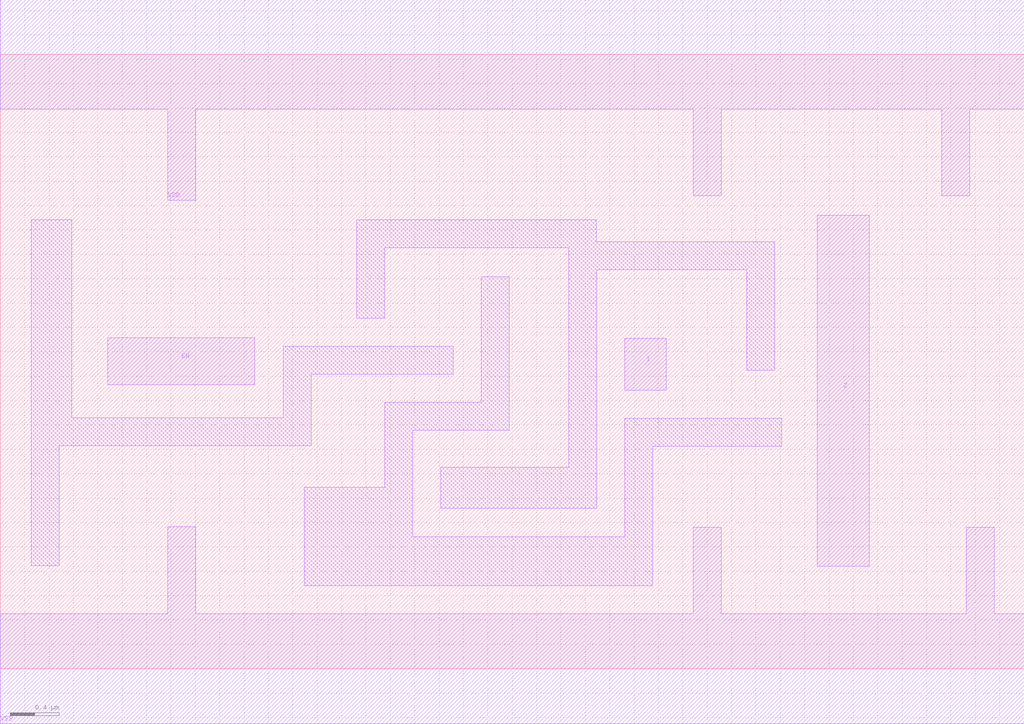
<source format=lef>
# Copyright 2022 GlobalFoundries PDK Authors
#
# Licensed under the Apache License, Version 2.0 (the "License");
# you may not use this file except in compliance with the License.
# You may obtain a copy of the License at
#
#      http://www.apache.org/licenses/LICENSE-2.0
#
# Unless required by applicable law or agreed to in writing, software
# distributed under the License is distributed on an "AS IS" BASIS,
# WITHOUT WARRANTIES OR CONDITIONS OF ANY KIND, either express or implied.
# See the License for the specific language governing permissions and
# limitations under the License.

MACRO gf180mcu_fd_sc_mcu9t5v0__bufz_2
  CLASS core ;
  FOREIGN gf180mcu_fd_sc_mcu9t5v0__bufz_2 0.0 0.0 ;
  ORIGIN 0 0 ;
  SYMMETRY X Y ;
  SITE GF018hv5v_green_sc9 ;
  SIZE 8.4 BY 5.04 ;
  PIN EN
    DIRECTION INPUT ;
    ANTENNAGATEAREA 3.384 ;
    PORT
      LAYER METAL1 ;
        POLYGON 0.88 2.33 2.09 2.33 2.09 2.715 0.88 2.715  ;
    END
  END EN
  PIN I
    DIRECTION INPUT ;
    ANTENNAGATEAREA 1.692 ;
    PORT
      LAYER METAL1 ;
        POLYGON 5.125 2.285 5.465 2.285 5.465 2.71 5.125 2.71  ;
    END
  END I
  PIN Z
    DIRECTION OUTPUT ;
    ANTENNADIFFAREA 1.6224 ;
    PORT
      LAYER METAL1 ;
        POLYGON 6.705 0.84 7.13 0.84 7.13 3.72 6.705 3.72  ;
    END
  END Z
  PIN VDD
    DIRECTION INOUT ;
    USE power ;
    SHAPE ABUTMENT ;
    PORT
      LAYER METAL1 ;
        POLYGON 0 4.59 1.375 4.59 1.375 3.845 1.605 3.845 1.605 4.59 5.685 4.59 5.685 3.88 5.915 3.88 5.915 4.59 6.355 4.59 6.41 4.59 7.725 4.59 7.725 3.88 7.955 3.88 7.955 4.59 8.4 4.59 8.4 5.49 6.41 5.49 6.355 5.49 0 5.49  ;
    END
  END VDD
  PIN VSS
    DIRECTION INOUT ;
    USE ground ;
    SHAPE ABUTMENT ;
    PORT
      LAYER METAL1 ;
        POLYGON 0 -0.45 8.4 -0.45 8.4 0.45 8.155 0.45 8.155 1.16 7.925 1.16 7.925 0.45 5.915 0.45 5.915 1.16 5.685 1.16 5.685 0.45 1.605 0.45 1.605 1.165 1.375 1.165 1.375 0.45 0 0.45  ;
    END
  END VSS
  OBS
      LAYER METAL1 ;
        POLYGON 0.255 0.845 0.485 0.845 0.485 1.83 2.55 1.83 2.55 2.415 3.715 2.415 3.715 2.645 2.32 2.645 2.32 2.06 0.585 2.06 0.585 3.685 0.255 3.685  ;
        POLYGON 2.925 2.875 3.155 2.875 3.155 3.455 4.665 3.455 4.665 1.655 3.615 1.655 3.615 1.315 4.895 1.315 4.895 3.275 6.125 3.275 6.125 2.45 6.355 2.45 6.355 3.505 4.89 3.505 4.89 3.685 2.925 3.685  ;
        POLYGON 2.495 0.68 5.355 0.68 5.355 1.825 6.41 1.825 6.41 2.055 5.125 2.055 5.125 1.085 3.385 1.085 3.385 1.955 4.175 1.955 4.175 3.215 3.945 3.215 3.945 2.185 3.155 2.185 3.155 1.49 2.495 1.49  ;
  END
END gf180mcu_fd_sc_mcu9t5v0__bufz_2

</source>
